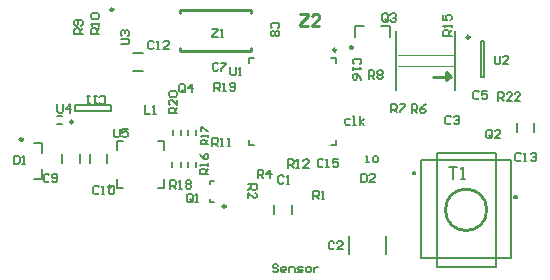
<source format=gto>
%FSLAX25Y25*%
%MOIN*%
G70*
G01*
G75*
G04 Layer_Color=65535*
%ADD10R,0.02362X0.01969*%
%ADD11R,0.04331X0.01575*%
%ADD12R,0.01969X0.02362*%
%ADD13R,0.02953X0.07087*%
%ADD14R,0.03543X0.03543*%
%ADD15R,0.05118X0.02362*%
%ADD16R,0.07480X0.10236*%
%ADD17R,0.03150X0.03543*%
%ADD18R,0.03543X0.03150*%
%ADD19R,0.05118X0.02756*%
%ADD20R,0.12992X0.05512*%
%ADD21R,0.19685X0.04724*%
%ADD22R,0.05315X0.04724*%
%ADD23O,0.03543X0.00787*%
%ADD24O,0.00787X0.03543*%
%ADD25R,0.08071X0.08071*%
%ADD26R,0.02756X0.03543*%
%ADD27R,0.02362X0.04528*%
%ADD28R,0.06693X0.04331*%
%ADD29R,0.00984X0.04331*%
%ADD30R,0.03150X0.06693*%
%ADD31R,0.04724X0.02362*%
%ADD32R,0.02559X0.04331*%
%ADD33R,0.22441X0.22441*%
%ADD34O,0.03543X0.00984*%
%ADD35O,0.00984X0.03543*%
%ADD36R,0.04331X0.06693*%
%ADD37R,0.03543X0.02756*%
%ADD38R,0.03937X0.14961*%
%ADD39R,0.05433X0.01772*%
%ADD40R,0.08268X0.05807*%
%ADD41R,0.07874X0.05807*%
%ADD42R,0.07480X0.04626*%
%ADD43R,0.07480X0.09350*%
%ADD44C,0.01575*%
%ADD45C,0.00984*%
%ADD46C,0.01181*%
%ADD47C,0.01969*%
%ADD48R,0.07480X0.06890*%
%ADD49R,0.13780X0.06496*%
%ADD50C,0.06000*%
G04:AMPARAMS|DCode=51|XSize=59.06mil|YSize=59.06mil|CornerRadius=0mil|HoleSize=0mil|Usage=FLASHONLY|Rotation=90.000|XOffset=0mil|YOffset=0mil|HoleType=Round|Shape=Octagon|*
%AMOCTAGOND51*
4,1,8,0.01476,0.02953,-0.01476,0.02953,-0.02953,0.01476,-0.02953,-0.01476,-0.01476,-0.02953,0.01476,-0.02953,0.02953,-0.01476,0.02953,0.01476,0.01476,0.02953,0.0*
%
%ADD51OCTAGOND51*%

%ADD52C,0.04724*%
%ADD53R,0.09055X0.07087*%
%ADD54C,0.05118*%
%ADD55R,0.15748X0.07874*%
%ADD56C,0.02756*%
%ADD57C,0.03937*%
%ADD58C,0.01969*%
%ADD59R,0.06890X0.05906*%
%ADD60R,0.03937X0.05906*%
%ADD61C,0.01000*%
%ADD62C,0.00787*%
%ADD63C,0.00606*%
%ADD64C,0.00394*%
%ADD65C,0.00591*%
D45*
X72244Y-66339D02*
G03*
X72244Y-66339I-492J0D01*
G01*
X4626Y-44094D02*
G03*
X4626Y-44094I-492J0D01*
G01*
X153543Y-9941D02*
G03*
X153543Y-9941I-492J0D01*
G01*
X34055Y-59842D02*
G03*
X34055Y-59842I-492J0D01*
G01*
X114665Y-13386D02*
G03*
X114665Y-13386I-492J0D01*
G01*
X34744Y-787D02*
G03*
X34744Y-787I-492J0D01*
G01*
X21358Y-38189D02*
G03*
X21358Y-38189I-492J0D01*
G01*
X109055Y-14272D02*
G03*
X109055Y-14272I-492J0D01*
G01*
X80709Y-1870D02*
Y-886D01*
X57087Y-2067D02*
Y-886D01*
X80709D01*
Y-14665D02*
Y-13681D01*
X56890Y-14469D02*
Y-13681D01*
Y-14469D02*
X57087Y-14665D01*
X80709D01*
D61*
X159252Y-67520D02*
G03*
X159252Y-67520I-6890J0D01*
G01*
X141339Y-23130D02*
X146850D01*
X145669Y-24311D02*
X146850Y-23130D01*
X145669Y-24311D02*
Y-21555D01*
X147244Y-23130D01*
X144882D02*
X147244D01*
X96949Y-2265D02*
X99573D01*
Y-2921D01*
X96949Y-5545D01*
Y-6201D01*
X99573D01*
X103508D02*
X100885D01*
X103508Y-3577D01*
Y-2921D01*
X102852Y-2265D01*
X101541D01*
X100885Y-2921D01*
D62*
X67027Y-64961D02*
X68209D01*
X67027D02*
Y-63779D01*
Y-57874D02*
X68209D01*
X67027Y-59055D02*
Y-57874D01*
X8268Y-45276D02*
X11024D01*
Y-48425D02*
Y-45276D01*
X8268Y-57087D02*
X11024D01*
Y-53937D01*
X158366Y-23327D02*
Y-11122D01*
X157185Y-23327D02*
Y-11122D01*
Y-23327D02*
X158366D01*
X157185Y-11122D02*
X158366D01*
X113386Y-82382D02*
Y-76083D01*
X125591Y-82382D02*
Y-76083D01*
X167323Y-83661D02*
Y-50984D01*
X137402D02*
X167323D01*
X142520Y-86417D02*
Y-48622D01*
Y-86417D02*
X162205D01*
Y-48622D01*
X142520D02*
X162205D01*
X137402Y-83661D02*
Y-50984D01*
Y-83661D02*
X167323D01*
X134646Y-55709D02*
Y-54921D01*
Y-55709D02*
X135433D01*
Y-54921D01*
X134646D02*
X135433D01*
X168504Y-62795D02*
X169291D01*
Y-63583D02*
Y-62795D01*
X168504Y-63583D02*
X169291D01*
X168504D02*
Y-62795D01*
X36024Y-47441D02*
Y-44587D01*
X37894D01*
X49705D02*
X51575D01*
Y-47441D02*
Y-44587D01*
Y-60138D02*
Y-57284D01*
X49705Y-60138D02*
X51575D01*
X36024D02*
Y-57284D01*
Y-60138D02*
X37894D01*
X16043Y-38878D02*
X17618D01*
X16043Y-36122D02*
X17618D01*
X115354Y-9744D02*
Y-6201D01*
X118504D01*
X127165Y-9744D02*
Y-6201D01*
X124016D02*
X127165D01*
X88484Y-68898D02*
Y-65748D01*
X94390Y-68898D02*
Y-65748D01*
X21949Y-34449D02*
Y-32480D01*
X34154Y-34449D02*
Y-32480D01*
X21949Y-34449D02*
X34154D01*
X21949Y-32480D02*
X34154D01*
X107480Y-16831D02*
X109153D01*
Y-18504D02*
Y-16831D01*
X80020D02*
X81693D01*
X80020Y-18504D02*
Y-16831D01*
Y-45965D02*
X81693D01*
X80020D02*
Y-44291D01*
X107480Y-45965D02*
X109153D01*
Y-44291D01*
X26870Y-51968D02*
Y-48819D01*
X32776Y-51968D02*
Y-48819D01*
X17618Y-51968D02*
Y-48819D01*
X23524Y-51968D02*
Y-48819D01*
X41437Y-21161D02*
X44587D01*
X41437Y-15256D02*
X44587D01*
X169193Y-41634D02*
Y-38484D01*
X175098Y-41634D02*
Y-38484D01*
X59547Y-53150D02*
Y-51575D01*
X62303Y-53150D02*
Y-51575D01*
X62402Y-42520D02*
Y-40945D01*
X59646Y-42520D02*
Y-40945D01*
X57185Y-53150D02*
Y-51575D01*
X54429Y-53150D02*
Y-51575D01*
X54527Y-42520D02*
Y-40945D01*
X57284Y-42520D02*
Y-40945D01*
D63*
X148819Y-27461D02*
Y-7776D01*
X129134Y-27461D02*
Y-7776D01*
D64*
X129528Y-19587D02*
X148819D01*
X129528Y-16043D02*
X148819D01*
D65*
X1673Y-49410D02*
Y-52165D01*
X3051D01*
X3510Y-51706D01*
Y-49869D01*
X3051Y-49410D01*
X1673D01*
X4428Y-52165D02*
X5347D01*
X4887D01*
Y-49410D01*
X4428Y-49869D01*
X56102Y-35335D02*
X53347D01*
Y-33957D01*
X53807Y-33498D01*
X54725D01*
X55184Y-33957D01*
Y-35335D01*
Y-34416D02*
X56102Y-33498D01*
Y-30743D02*
Y-32580D01*
X54266Y-30743D01*
X53807D01*
X53347Y-31202D01*
Y-32120D01*
X53807Y-32580D01*
Y-29825D02*
X53347Y-29365D01*
Y-28447D01*
X53807Y-27988D01*
X55643D01*
X56102Y-28447D01*
Y-29365D01*
X55643Y-29825D01*
X53807D01*
X58628Y-27887D02*
Y-26051D01*
X58169Y-25591D01*
X57250D01*
X56791Y-26051D01*
Y-27887D01*
X57250Y-28346D01*
X58169D01*
X57710Y-27428D02*
X58628Y-28346D01*
X58169D02*
X58628Y-27887D01*
X60924Y-28346D02*
Y-25591D01*
X59546Y-26969D01*
X61383D01*
X117421Y-55513D02*
Y-58268D01*
X118799D01*
X119258Y-57809D01*
Y-55972D01*
X118799Y-55513D01*
X117421D01*
X122013Y-58268D02*
X120176D01*
X122013Y-56431D01*
Y-55972D01*
X121554Y-55513D01*
X120635D01*
X120176Y-55972D01*
X53839Y-60417D02*
Y-57662D01*
X55216D01*
X55675Y-58122D01*
Y-59040D01*
X55216Y-59499D01*
X53839D01*
X54757D02*
X55675Y-60417D01*
X56594D02*
X57512D01*
X57053D01*
Y-57662D01*
X56594Y-58122D01*
X58890D02*
X59349Y-57662D01*
X60267D01*
X60726Y-58122D01*
Y-58581D01*
X60267Y-59040D01*
X60726Y-59499D01*
Y-59958D01*
X60267Y-60417D01*
X59349D01*
X58890Y-59958D01*
Y-59499D01*
X59349Y-59040D01*
X58890Y-58581D01*
Y-58122D01*
X59349Y-59040D02*
X60267D01*
X66338Y-45669D02*
X63977D01*
Y-44489D01*
X64371Y-44095D01*
X65158D01*
X65551Y-44489D01*
Y-45669D01*
Y-44882D02*
X66338Y-44095D01*
Y-43308D02*
Y-42521D01*
Y-42914D01*
X63977D01*
X64371Y-43308D01*
X63977Y-41340D02*
Y-39766D01*
X64371D01*
X65945Y-41340D01*
X66338D01*
X66437Y-55709D02*
X63682D01*
Y-54331D01*
X64141Y-53872D01*
X65060D01*
X65519Y-54331D01*
Y-55709D01*
Y-54790D02*
X66437Y-53872D01*
Y-52954D02*
Y-52035D01*
Y-52495D01*
X63682D01*
X64141Y-52954D01*
X63682Y-48821D02*
X64141Y-49739D01*
X65060Y-50658D01*
X65978D01*
X66437Y-50199D01*
Y-49280D01*
X65978Y-48821D01*
X65519D01*
X65060Y-49280D01*
Y-50658D01*
X170636Y-48984D02*
X170177Y-48524D01*
X169258D01*
X168799Y-48984D01*
Y-50820D01*
X169258Y-51279D01*
X170177D01*
X170636Y-50820D01*
X171554Y-51279D02*
X172473D01*
X172013D01*
Y-48524D01*
X171554Y-48984D01*
X173850D02*
X174309Y-48524D01*
X175228D01*
X175687Y-48984D01*
Y-49443D01*
X175228Y-49902D01*
X174768D01*
X175228D01*
X175687Y-50361D01*
Y-50820D01*
X175228Y-51279D01*
X174309D01*
X173850Y-50820D01*
X89730Y-86090D02*
X89271Y-85631D01*
X88353D01*
X87894Y-86090D01*
Y-86549D01*
X88353Y-87008D01*
X89271D01*
X89730Y-87467D01*
Y-87927D01*
X89271Y-88386D01*
X88353D01*
X87894Y-87927D01*
X92026Y-88386D02*
X91108D01*
X90649Y-87927D01*
Y-87008D01*
X91108Y-86549D01*
X92026D01*
X92485Y-87008D01*
Y-87467D01*
X90649D01*
X93404Y-88386D02*
Y-86549D01*
X94781D01*
X95240Y-87008D01*
Y-88386D01*
X96159D02*
X97536D01*
X97995Y-87927D01*
X97536Y-87467D01*
X96618D01*
X96159Y-87008D01*
X96618Y-86549D01*
X97995D01*
X99373Y-88386D02*
X100291D01*
X100751Y-87927D01*
Y-87008D01*
X100291Y-86549D01*
X99373D01*
X98914Y-87008D01*
Y-87927D01*
X99373Y-88386D01*
X101669Y-86549D02*
Y-88386D01*
Y-87467D01*
X102128Y-87008D01*
X102587Y-86549D01*
X103046D01*
X79823Y-59055D02*
X82578D01*
Y-60433D01*
X82119Y-60892D01*
X81200D01*
X80741Y-60433D01*
Y-59055D01*
Y-59974D02*
X79823Y-60892D01*
Y-63647D02*
Y-61810D01*
X81660Y-63647D01*
X82119D01*
X82578Y-63188D01*
Y-62269D01*
X82119Y-61810D01*
X48293Y-11681D02*
X47834Y-11221D01*
X46916D01*
X46457Y-11681D01*
Y-13517D01*
X46916Y-13976D01*
X47834D01*
X48293Y-13517D01*
X49212Y-13976D02*
X50130D01*
X49671D01*
Y-11221D01*
X49212Y-11681D01*
X53344Y-13976D02*
X51508D01*
X53344Y-12140D01*
Y-11681D01*
X52885Y-11221D01*
X51967D01*
X51508Y-11681D01*
X13352Y-55972D02*
X12893Y-55513D01*
X11975D01*
X11516Y-55972D01*
Y-57809D01*
X11975Y-58268D01*
X12893D01*
X13352Y-57809D01*
X14271D02*
X14730Y-58268D01*
X15648D01*
X16107Y-57809D01*
Y-55972D01*
X15648Y-55513D01*
X14730D01*
X14271Y-55972D01*
Y-56431D01*
X14730Y-56890D01*
X16107D01*
X29986Y-59909D02*
X29527Y-59450D01*
X28609D01*
X28150Y-59909D01*
Y-61746D01*
X28609Y-62205D01*
X29527D01*
X29986Y-61746D01*
X30905Y-62205D02*
X31823D01*
X31364D01*
Y-59450D01*
X30905Y-59909D01*
X33200D02*
X33660Y-59450D01*
X34578D01*
X35037Y-59909D01*
Y-61746D01*
X34578Y-62205D01*
X33660D01*
X33200Y-61746D01*
Y-59909D01*
X61187Y-64502D02*
Y-62665D01*
X60728Y-62206D01*
X59810D01*
X59350Y-62665D01*
Y-64502D01*
X59810Y-64961D01*
X60728D01*
X60269Y-64042D02*
X61187Y-64961D01*
X60728D02*
X61187Y-64502D01*
X62105Y-64961D02*
X63024D01*
X62565D01*
Y-62206D01*
X62105Y-62665D01*
X73819Y-19981D02*
Y-22277D01*
X74278Y-22736D01*
X75196D01*
X75656Y-22277D01*
Y-19981D01*
X76574Y-22736D02*
X77492D01*
X77033D01*
Y-19981D01*
X76574Y-20440D01*
X67815Y-7186D02*
X69652D01*
Y-7645D01*
X67815Y-9482D01*
Y-9941D01*
X69652D01*
X70570D02*
X71488D01*
X71029D01*
Y-7186D01*
X70570Y-7645D01*
X16142Y-32383D02*
Y-34679D01*
X16601Y-35138D01*
X17519D01*
X17978Y-34679D01*
Y-32383D01*
X20274Y-35138D02*
Y-32383D01*
X18897Y-33760D01*
X20733D01*
X37304Y-12303D02*
X39600D01*
X40059Y-11844D01*
Y-10926D01*
X39600Y-10467D01*
X37304D01*
X37763Y-9548D02*
X37304Y-9089D01*
Y-8171D01*
X37763Y-7711D01*
X38222D01*
X38682Y-8171D01*
Y-8630D01*
Y-8171D01*
X39141Y-7711D01*
X39600D01*
X40059Y-8171D01*
Y-9089D01*
X39600Y-9548D01*
X101476Y-63976D02*
Y-61221D01*
X102854D01*
X103313Y-61681D01*
Y-62599D01*
X102854Y-63058D01*
X101476D01*
X102395D02*
X103313Y-63976D01*
X104231D02*
X105150D01*
X104691D01*
Y-61221D01*
X104231Y-61681D01*
X82972Y-56890D02*
Y-54135D01*
X84350D01*
X84809Y-54594D01*
Y-55512D01*
X84350Y-55971D01*
X82972D01*
X83891D02*
X84809Y-56890D01*
X87105D02*
Y-54135D01*
X85728Y-55512D01*
X87564D01*
X119980Y-23819D02*
Y-21064D01*
X121358D01*
X121817Y-21523D01*
Y-22441D01*
X121358Y-22901D01*
X119980D01*
X120899D02*
X121817Y-23819D01*
X122735Y-21523D02*
X123195Y-21064D01*
X124113D01*
X124572Y-21523D01*
Y-21982D01*
X124113Y-22441D01*
X124572Y-22901D01*
Y-23360D01*
X124113Y-23819D01*
X123195D01*
X122735Y-23360D01*
Y-22901D01*
X123195Y-22441D01*
X122735Y-21982D01*
Y-21523D01*
X123195Y-22441D02*
X124113D01*
X30118Y-8858D02*
X27363D01*
Y-7481D01*
X27822Y-7022D01*
X28741D01*
X29200Y-7481D01*
Y-8858D01*
Y-7940D02*
X30118Y-7022D01*
Y-6103D02*
Y-5185D01*
Y-5644D01*
X27363D01*
X27822Y-6103D01*
Y-3807D02*
X27363Y-3348D01*
Y-2430D01*
X27822Y-1971D01*
X29659D01*
X30118Y-2430D01*
Y-3348D01*
X29659Y-3807D01*
X27822D01*
X67815Y-46358D02*
Y-43603D01*
X69192D01*
X69652Y-44062D01*
Y-44981D01*
X69192Y-45440D01*
X67815D01*
X68733D02*
X69652Y-46358D01*
X70570D02*
X71488D01*
X71029D01*
Y-43603D01*
X70570Y-44062D01*
X72866Y-46358D02*
X73784D01*
X73325D01*
Y-43603D01*
X72866Y-44062D01*
X118996Y-51575D02*
X119914D01*
X119455D01*
Y-49738D01*
X118996D01*
X121751Y-51575D02*
X122669D01*
X123129Y-51116D01*
Y-50197D01*
X122669Y-49738D01*
X121751D01*
X121292Y-50197D01*
Y-51116D01*
X121751Y-51575D01*
X113746Y-37238D02*
X112369D01*
X111909Y-37697D01*
Y-38616D01*
X112369Y-39075D01*
X113746D01*
X114664D02*
X115583D01*
X115124D01*
Y-36320D01*
X114664D01*
X116960Y-39075D02*
Y-36320D01*
Y-38157D02*
X118338Y-37238D01*
X116960Y-38157D02*
X118338Y-39075D01*
X116961Y-19061D02*
X117420Y-18602D01*
Y-17684D01*
X116961Y-17224D01*
X115124D01*
X114665Y-17684D01*
Y-18602D01*
X115124Y-19061D01*
X114665Y-19979D02*
Y-20898D01*
Y-20439D01*
X117420D01*
X116961Y-19979D01*
X117420Y-24112D02*
X116961Y-23194D01*
X116043Y-22275D01*
X115124D01*
X114665Y-22735D01*
Y-23653D01*
X115124Y-24112D01*
X115584D01*
X116043Y-23653D01*
Y-22275D01*
X104691Y-51051D02*
X104232Y-50591D01*
X103314D01*
X102854Y-51051D01*
Y-52887D01*
X103314Y-53347D01*
X104232D01*
X104691Y-52887D01*
X105609Y-53347D02*
X106528D01*
X106069D01*
Y-50591D01*
X105609Y-51051D01*
X109742Y-50591D02*
X107905D01*
Y-51969D01*
X108824Y-51510D01*
X109283D01*
X109742Y-51969D01*
Y-52887D01*
X109283Y-53347D01*
X108364D01*
X107905Y-52887D01*
X91601Y-56464D02*
X91141Y-56005D01*
X90223D01*
X89764Y-56464D01*
Y-58301D01*
X90223Y-58760D01*
X91141D01*
X91601Y-58301D01*
X92519Y-58760D02*
X93437D01*
X92978D01*
Y-56005D01*
X92519Y-56464D01*
X69750Y-18866D02*
X69291Y-18406D01*
X68373D01*
X67913Y-18866D01*
Y-20702D01*
X68373Y-21161D01*
X69291D01*
X69750Y-20702D01*
X70668Y-18406D02*
X72505D01*
Y-18866D01*
X70668Y-20702D01*
Y-21161D01*
X89516Y-6982D02*
X89976Y-6523D01*
Y-5605D01*
X89516Y-5146D01*
X87680D01*
X87221Y-5605D01*
Y-6523D01*
X87680Y-6982D01*
X89516Y-7901D02*
X89976Y-8360D01*
Y-9278D01*
X89516Y-9737D01*
X89057D01*
X88598Y-9278D01*
X88139Y-9737D01*
X87680D01*
X87221Y-9278D01*
Y-8360D01*
X87680Y-7901D01*
X88139D01*
X88598Y-8360D01*
X89057Y-7901D01*
X89516D01*
X88598Y-8360D02*
Y-9278D01*
X126246Y-4364D02*
Y-2527D01*
X125787Y-2068D01*
X124869D01*
X124409Y-2527D01*
Y-4364D01*
X124869Y-4823D01*
X125787D01*
X125328Y-3904D02*
X126246Y-4823D01*
X125787D02*
X126246Y-4364D01*
X127164Y-2527D02*
X127624Y-2068D01*
X128542D01*
X129001Y-2527D01*
Y-2986D01*
X128542Y-3445D01*
X128083D01*
X128542D01*
X129001Y-3904D01*
Y-4364D01*
X128542Y-4823D01*
X127624D01*
X127164Y-4364D01*
X35039Y-40454D02*
Y-42750D01*
X35498Y-43209D01*
X36417D01*
X36876Y-42750D01*
Y-40454D01*
X39631D02*
X37794D01*
Y-41831D01*
X38713Y-41372D01*
X39172D01*
X39631Y-41831D01*
Y-42750D01*
X39172Y-43209D01*
X38254D01*
X37794Y-42750D01*
X30152Y-31823D02*
X30611Y-32283D01*
X31529D01*
X31988Y-31823D01*
Y-29987D01*
X31529Y-29528D01*
X30611D01*
X30152Y-29987D01*
X29233Y-29528D02*
X28315D01*
X28774D01*
Y-32283D01*
X29233Y-31823D01*
X26937Y-29528D02*
X26019D01*
X26478D01*
Y-32283D01*
X26937Y-31823D01*
X24541Y-8850D02*
X21786D01*
Y-7473D01*
X22245Y-7014D01*
X23163D01*
X23622Y-7473D01*
Y-8850D01*
Y-7932D02*
X24541Y-7014D01*
X24082Y-6095D02*
X24541Y-5636D01*
Y-4718D01*
X24082Y-4259D01*
X22245D01*
X21786Y-4718D01*
Y-5636D01*
X22245Y-6095D01*
X22704D01*
X23163Y-5636D01*
Y-4259D01*
X146653Y-53249D02*
X149277D01*
X147966D01*
Y-57185D01*
X150589D02*
X151901D01*
X151245D01*
Y-53249D01*
X150589Y-53905D01*
X127461Y-35039D02*
Y-32284D01*
X128838D01*
X129297Y-32743D01*
Y-33662D01*
X128838Y-34121D01*
X127461D01*
X128379D02*
X129297Y-35039D01*
X130216Y-32284D02*
X132052D01*
Y-32743D01*
X130216Y-34580D01*
Y-35039D01*
X134252Y-35138D02*
Y-32383D01*
X135629D01*
X136089Y-32842D01*
Y-33760D01*
X135629Y-34220D01*
X134252D01*
X135170D02*
X136089Y-35138D01*
X138844Y-32383D02*
X137925Y-32842D01*
X137007Y-33760D01*
Y-34679D01*
X137466Y-35138D01*
X138384D01*
X138844Y-34679D01*
Y-34220D01*
X138384Y-33760D01*
X137007D01*
X160990Y-43143D02*
Y-41306D01*
X160531Y-40847D01*
X159613D01*
X159153Y-41306D01*
Y-43143D01*
X159613Y-43602D01*
X160531D01*
X160072Y-42684D02*
X160990Y-43602D01*
X160531D02*
X160990Y-43143D01*
X163745Y-43602D02*
X161909D01*
X163745Y-41766D01*
Y-41306D01*
X163286Y-40847D01*
X162368D01*
X161909Y-41306D01*
X147309Y-36680D02*
X146850Y-36221D01*
X145932D01*
X145472Y-36680D01*
Y-38517D01*
X145932Y-38976D01*
X146850D01*
X147309Y-38517D01*
X148228Y-36680D02*
X148687Y-36221D01*
X149605D01*
X150064Y-36680D01*
Y-37140D01*
X149605Y-37599D01*
X149146D01*
X149605D01*
X150064Y-38058D01*
Y-38517D01*
X149605Y-38976D01*
X148687D01*
X148228Y-38517D01*
X108431Y-78413D02*
X107972Y-77954D01*
X107054D01*
X106595Y-78413D01*
Y-80250D01*
X107054Y-80709D01*
X107972D01*
X108431Y-80250D01*
X111186Y-80709D02*
X109350D01*
X111186Y-78872D01*
Y-78413D01*
X110727Y-77954D01*
X109809D01*
X109350Y-78413D01*
X156659Y-28314D02*
X156200Y-27855D01*
X155282D01*
X154823Y-28314D01*
Y-30151D01*
X155282Y-30610D01*
X156200D01*
X156659Y-30151D01*
X159415Y-27855D02*
X157578D01*
Y-29233D01*
X158496Y-28774D01*
X158955D01*
X159415Y-29233D01*
Y-30151D01*
X158955Y-30610D01*
X158037D01*
X157578Y-30151D01*
X147539Y-9449D02*
X144784D01*
Y-8071D01*
X145244Y-7612D01*
X146162D01*
X146621Y-8071D01*
Y-9449D01*
Y-8530D02*
X147539Y-7612D01*
Y-6694D02*
Y-5776D01*
Y-6235D01*
X144784D01*
X145244Y-6694D01*
X144784Y-2561D02*
Y-4398D01*
X146162D01*
X145703Y-3480D01*
Y-3020D01*
X146162Y-2561D01*
X147080D01*
X147539Y-3020D01*
Y-3939D01*
X147080Y-4398D01*
X161909Y-16241D02*
Y-18537D01*
X162369Y-18996D01*
X163287D01*
X163746Y-18537D01*
Y-16241D01*
X166501Y-18996D02*
X164664D01*
X166501Y-17159D01*
Y-16700D01*
X166042Y-16241D01*
X165124D01*
X164664Y-16700D01*
X45177Y-32678D02*
Y-35433D01*
X47014D01*
X47932D02*
X48851D01*
X48391D01*
Y-32678D01*
X47932Y-33137D01*
X68504Y-27854D02*
Y-25099D01*
X69881D01*
X70341Y-25559D01*
Y-26477D01*
X69881Y-26936D01*
X68504D01*
X69422D02*
X70341Y-27854D01*
X71259D02*
X72177D01*
X71718D01*
Y-25099D01*
X71259Y-25559D01*
X73555Y-27395D02*
X74014Y-27854D01*
X74932D01*
X75392Y-27395D01*
Y-25559D01*
X74932Y-25099D01*
X74014D01*
X73555Y-25559D01*
Y-26018D01*
X74014Y-26477D01*
X75392D01*
X163091Y-31102D02*
Y-28347D01*
X164468D01*
X164927Y-28806D01*
Y-29725D01*
X164468Y-30184D01*
X163091D01*
X164009D02*
X164927Y-31102D01*
X167682D02*
X165846D01*
X167682Y-29266D01*
Y-28806D01*
X167223Y-28347D01*
X166305D01*
X165846Y-28806D01*
X170437Y-31102D02*
X168601D01*
X170437Y-29266D01*
Y-28806D01*
X169978Y-28347D01*
X169060D01*
X168601Y-28806D01*
X93012Y-53445D02*
Y-50690D01*
X94389D01*
X94849Y-51149D01*
Y-52067D01*
X94389Y-52526D01*
X93012D01*
X93930D02*
X94849Y-53445D01*
X95767D02*
X96685D01*
X96226D01*
Y-50690D01*
X95767Y-51149D01*
X99900Y-53445D02*
X98063D01*
X99900Y-51608D01*
Y-51149D01*
X99440Y-50690D01*
X98522D01*
X98063Y-51149D01*
M02*

</source>
